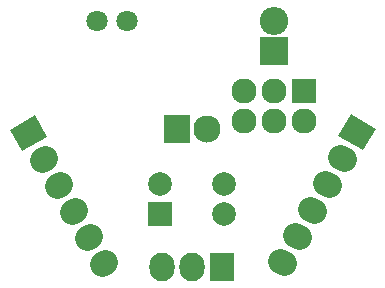
<source format=gbs>
G04 #@! TF.FileFunction,Soldermask,Bot*
%FSLAX46Y46*%
G04 Gerber Fmt 4.6, Leading zero omitted, Abs format (unit mm)*
G04 Created by KiCad (PCBNEW 4.0.2-stable) date Thursday, September 29, 2016 'amt' 01:44:10 am*
%MOMM*%
G01*
G04 APERTURE LIST*
%ADD10C,0.100000*%
%ADD11C,2.127200*%
%ADD12O,2.398980X2.398980*%
%ADD13R,2.398980X2.398980*%
%ADD14R,2.000000X2.000000*%
%ADD15C,2.000000*%
%ADD16R,2.127200X2.127200*%
%ADD17O,2.127200X2.127200*%
%ADD18C,1.797000*%
%ADD19R,2.300000X2.400000*%
%ADD20C,2.300000*%
%ADD21R,2.127200X2.432000*%
%ADD22O,2.127200X2.432000*%
G04 APERTURE END LIST*
D10*
G36*
X169865113Y-119997582D02*
X170928713Y-118155372D01*
X173034887Y-119371372D01*
X171971287Y-121213582D01*
X169865113Y-119997582D01*
X169865113Y-119997582D01*
G37*
D11*
X170048018Y-121807982D02*
X170311982Y-121960382D01*
X168778018Y-124007686D02*
X169041982Y-124160086D01*
X167508018Y-126207391D02*
X167771982Y-126359791D01*
X166238018Y-128407095D02*
X166501982Y-128559495D01*
X164968018Y-130606800D02*
X165231982Y-130759200D01*
D12*
X164465000Y-110236000D03*
D13*
X164465000Y-112776000D03*
D14*
X154730000Y-126619000D03*
D15*
X154730000Y-124079000D03*
X160230000Y-124079000D03*
X160230000Y-126619000D03*
D16*
X167005000Y-116205000D03*
D17*
X167005000Y-118745000D03*
X164465000Y-116205000D03*
X164465000Y-118745000D03*
X161925000Y-116205000D03*
X161925000Y-118745000D03*
D18*
X149479000Y-110236000D03*
X152019000Y-110236000D03*
D10*
G36*
X143115713Y-121294991D02*
X142052113Y-119452781D01*
X144158287Y-118236781D01*
X145221887Y-120078991D01*
X143115713Y-121294991D01*
X143115713Y-121294991D01*
G37*
D11*
X144775018Y-122041791D02*
X145038982Y-121889391D01*
X146045018Y-124241495D02*
X146308982Y-124089095D01*
X147315018Y-126441200D02*
X147578982Y-126288800D01*
X148585018Y-128640904D02*
X148848982Y-128488504D01*
X149855018Y-130840609D02*
X150118982Y-130688209D01*
D19*
X156210000Y-119380000D03*
D20*
X158750000Y-119380000D03*
D21*
X160020000Y-131064000D03*
D22*
X157480000Y-131064000D03*
X154940000Y-131064000D03*
M02*

</source>
